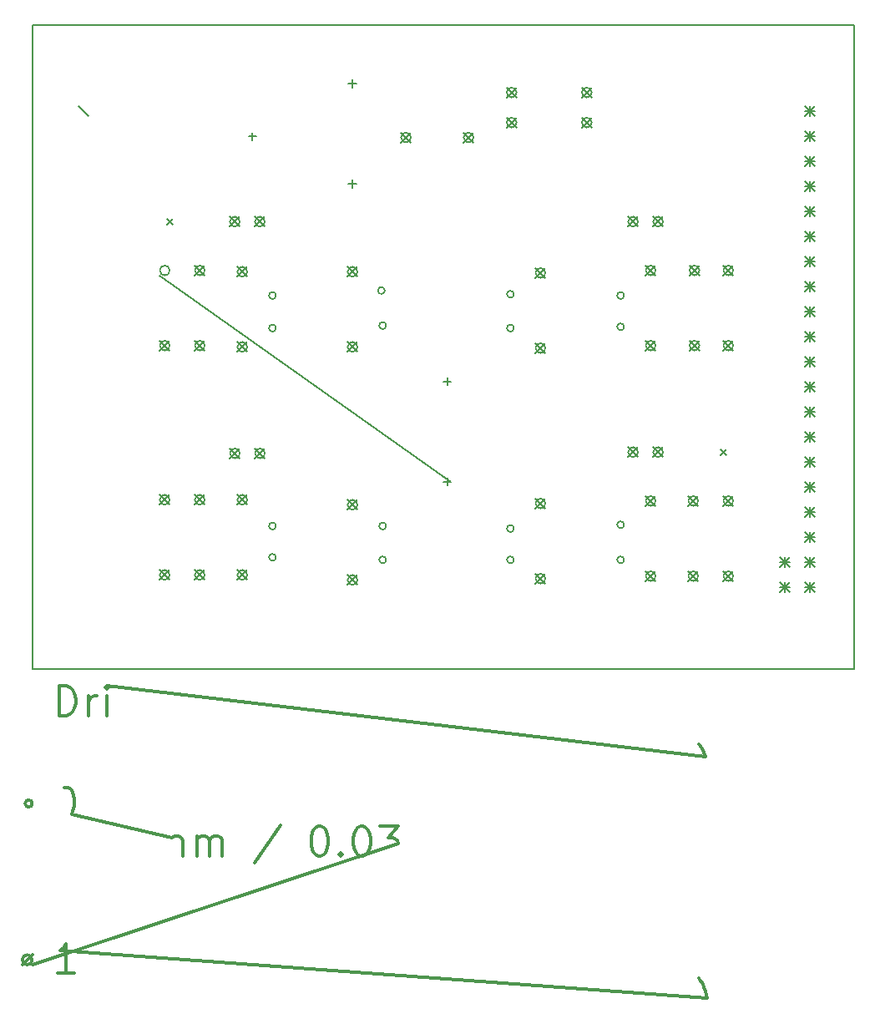
<source format=gbr>
%FSLAX45Y45*%
G04 Gerber Fmt 4.5, Leading zero omitted, Abs format (unit mm)*
G04 Created by KiCad (PCBNEW 4.0.6-e0-6349~53~ubuntu16.04.1) date Sat Jul  1 03:26:22 2017*
%MOMM*%
%LPD*%
G01*
G04 APERTURE LIST*
%ADD10C,0.127000*%
%ADD11C,0.150000*%
%ADD12C,0.200000*%
%ADD13C,0.300000*%
G04 APERTURE END LIST*
D10*
D11*
X19625000Y-11800000D02*
X11300000Y-11800000D01*
X19625000Y-5275000D02*
X19625000Y-11800000D01*
X11300000Y-5275000D02*
X19625000Y-5275000D01*
X11300000Y-11800000D02*
X11300000Y-5275000D01*
D12*
X12657300Y-7234400D02*
X12717300Y-7294400D01*
X12717300Y-7234400D02*
X12657300Y-7294400D01*
X12657300Y-9571200D02*
X18270700Y-9571200D02*
X18330700Y-9631200D01*
X18330700Y-9571200D02*
X18270700Y-9631200D01*
X13764260Y-8013700D02*
G75*
G03X13764260Y-8013700I-35560J0D01*
G01*
X13764260Y-8343900D02*
G75*
G03X13764260Y-8343900I-35560J0D01*
G01*
X13764260Y-10350500D02*
G75*
G03X13764260Y-10350500I-35560J0D01*
G01*
X13764260Y-10668000D02*
G75*
G03X13764260Y-10668000I-35560J0D01*
G01*
X14869160Y-7962900D02*
G75*
G03X14869160Y-7962900I-35560J0D01*
G01*
X14881860Y-8318500D02*
G75*
G03X14881860Y-8318500I-35560J0D01*
G01*
X14881860Y-10350500D02*
G75*
G03X14881860Y-10350500I-35560J0D01*
G01*
X14881860Y-10693400D02*
G75*
G03X14881860Y-10693400I-35560J0D01*
G01*
X16177260Y-8001000D02*
G75*
G03X16177260Y-8001000I-35560J0D01*
G01*
X16177260Y-8343900D02*
G75*
G03X16177260Y-8343900I-35560J0D01*
G01*
X16177260Y-10375900D02*
G75*
G03X16177260Y-10375900I-35560J0D01*
G01*
X16177260Y-10693400D02*
G75*
G03X16177260Y-10693400I-35560J0D01*
G01*
X17294860Y-8013700D02*
G75*
G03X17294860Y-8013700I-35560J0D01*
G01*
X17294860Y-8331200D02*
G75*
G03X17294860Y-8331200I-35560J0D01*
G01*
X17294860Y-10337800D02*
G75*
G03X17294860Y-10337800I-35560J0D01*
G01*
X17294860Y-10693400D02*
G75*
G03X17294860Y-10693400I-35560J0D01*
G01*
X13525500Y-6360800D02*
X13525500Y-6440800D01*
X13485500Y-6400800D02*
X13565500Y-6400800D01*
X14540000Y-5824000D02*
X14540000Y-5904000D01*
X14500000Y-5864000D02*
X14580000Y-5864000D01*
X14540000Y-6840000D02*
X14540000Y-6920000D01*
X14500000Y-6880000D02*
X14580000Y-6880000D01*
X15500000Y-8844000D02*
X15500000Y-8924000D01*
X15460000Y-8884000D02*
X15540000Y-8884000D01*
X15500000Y-9860000D02*
X15500000Y-9940000D01*
X15460000Y-9900000D02*
X15540000Y-9900000D01*
X12586462Y-7809738D01*
X12686538Y-7759700D02*
G75*
G03X12686538Y-7759700I-50038J0D01*
G01*
X12586462Y-8471662D02*
X12686538Y-8571738D01*
X12686538Y-8471662D02*
X12586462Y-8571738D01*
X12686538Y-8521700D02*
G75*
G03X12686538Y-8521700I-50038J0D01*
G01*
X12586462Y-10033762D02*
X12686538Y-10133838D01*
X12686538Y-10033762D02*
X12586462Y-10133838D01*
X12686538Y-10083800D02*
G75*
G03X12686538Y-10083800I-50038J0D01*
G01*
X12586462Y-10795762D02*
X12686538Y-10895838D01*
X12686538Y-10795762D02*
X12586462Y-10895838D01*
X12686538Y-10845800D02*
G75*
G03X12686538Y-10845800I-50038J0D01*
G01*
X12942062Y-7709662D02*
X13042138Y-7809738D01*
X13042138Y-7709662D02*
X12942062Y-7809738D01*
X13042138Y-7759700D02*
G75*
G03X13042138Y-7759700I-50038J0D01*
G01*
X12942062Y-8471662D02*
X13042138Y-8571738D01*
X13042138Y-8471662D02*
X12942062Y-8571738D01*
X13042138Y-8521700D02*
G75*
G03X13042138Y-8521700I-50038J0D01*
G01*
X12942062Y-10033762D02*
X13042138Y-10133838D01*
X13042138Y-10033762D02*
X12942062Y-10133838D01*
X13042138Y-10083800D02*
G75*
G03X13042138Y-10083800I-50038J0D01*
G01*
X12942062Y-10795762D02*
X13042138Y-10895838D01*
X13042138Y-10795762D02*
X12942062Y-10895838D01*
X13042138Y-10845800D02*
G75*
G03X13042138Y-10845800I-50038J0D01*
G01*
X13297662Y-7214362D02*
X13397738Y-7314438D01*
X13397738Y-7214362D02*
X13297662Y-7314438D01*
X13397738Y-7264400D02*
G75*
G03X13397738Y-7264400I-50038J0D01*
G01*
X13297662Y-9563862D02*
X13397738Y-9663938D01*
X13397738Y-9563862D02*
X13297662Y-9663938D01*
X13397738Y-9613900D02*
G75*
G03X13397738Y-9613900I-50038J0D01*
G01*
X13373862Y-7722362D02*
X13473938Y-7822438D01*
X13473938Y-7722362D02*
X13373862Y-7822438D01*
X13473938Y-7772400D02*
G75*
G03X13473938Y-7772400I-50038J0D01*
G01*
X13373862Y-8484362D02*
X13473938Y-8584438D01*
X13473938Y-8484362D02*
X13373862Y-8584438D01*
X13473938Y-8534400D02*
G75*
G03X13473938Y-8534400I-50038J0D01*
G01*
X13373862Y-10033762D02*
X13473938Y-10133838D01*
X13473938Y-10033762D02*
X13373862Y-10133838D01*
X13473938Y-10083800D02*
G75*
G03X13473938Y-10083800I-50038J0D01*
G01*
X13373862Y-10795762D02*
X13473938Y-10895838D01*
X13473938Y-10795762D02*
X13373862Y-10895838D01*
X13473938Y-10845800D02*
G75*
G03X13473938Y-10845800I-50038J0D01*
G01*
X13551662Y-7214362D02*
X13651738Y-7314438D01*
X13651738Y-7214362D02*
X13551662Y-7314438D01*
X13651738Y-7264400D02*
G75*
G03X13651738Y-7264400I-50038J0D01*
G01*
X13551662Y-9563862D02*
X13651738Y-9663938D01*
X13651738Y-9563862D02*
X13551662Y-9663938D01*
X13651738Y-9613900D02*
G75*
G03X13651738Y-9613900I-50038J0D01*
G01*
X14491462Y-7722362D02*
X14591538Y-7822438D01*
X14591538Y-7722362D02*
X14491462Y-7822438D01*
X14591538Y-7772400D02*
G75*
G03X14591538Y-7772400I-50038J0D01*
G01*
X14491462Y-8484362D02*
X14591538Y-8584438D01*
X14591538Y-8484362D02*
X14491462Y-8584438D01*
X14591538Y-8534400D02*
G75*
G03X14591538Y-8534400I-50038J0D01*
G01*
X14491462Y-10084562D02*
X14591538Y-10184638D01*
X14591538Y-10084562D02*
X14491462Y-10184638D01*
X14591538Y-10134600D02*
G75*
G03X14591538Y-10134600I-50038J0D01*
G01*
X14491462Y-10846562D02*
X14591538Y-10946638D01*
X14591538Y-10846562D02*
X14491462Y-10946638D01*
X14591538Y-10896600D02*
G75*
G03X14591538Y-10896600I-50038J0D01*
G01*
X15032859Y-6362405D02*
X15132935Y-6462481D01*
X15132935Y-6362405D02*
X15032859Y-6462481D01*
X15132935Y-6412443D02*
G75*
G03X15132935Y-6412443I-50038J0D01*
G01*
X15667859Y-6362405D02*
X15767935Y-6462481D01*
X15767935Y-6362405D02*
X15667859Y-6462481D01*
X15767935Y-6412443D02*
G75*
G03X15767935Y-6412443I-50038J0D01*
G01*
X16104362Y-5906262D02*
X16204438Y-6006338D01*
X16204438Y-5906262D02*
X16104362Y-6006338D01*
X16204438Y-5956300D02*
G75*
G03X16204438Y-5956300I-50038J0D01*
G01*
X16104362Y-6211062D02*
X16204438Y-6311138D01*
X16204438Y-6211062D02*
X16104362Y-6311138D01*
X16204438Y-6261100D02*
G75*
G03X16204438Y-6261100I-50038J0D01*
G01*
X16396462Y-7735062D02*
X16496538Y-7835138D01*
X16496538Y-7735062D02*
X16396462Y-7835138D01*
X16496538Y-7785100D02*
G75*
G03X16496538Y-7785100I-50038J0D01*
G01*
X16396462Y-8497062D02*
X16496538Y-8597138D01*
X16496538Y-8497062D02*
X16396462Y-8597138D01*
X16496538Y-8547100D02*
G75*
G03X16496538Y-8547100I-50038J0D01*
G01*
X16396462Y-10071862D02*
X16496538Y-10171938D01*
X16496538Y-10071862D02*
X16396462Y-10171938D01*
X16496538Y-10121900D02*
G75*
G03X16496538Y-10121900I-50038J0D01*
G01*
X16396462Y-10833862D02*
X16496538Y-10933938D01*
X16496538Y-10833862D02*
X16396462Y-10933938D01*
X16496538Y-10883900D02*
G75*
G03X16496538Y-10883900I-50038J0D01*
G01*
X16866362Y-5906262D02*
X16966438Y-6006338D01*
X16966438Y-5906262D02*
X16866362Y-6006338D01*
X16966438Y-5956300D02*
G75*
G03X16966438Y-5956300I-50038J0D01*
G01*
X16866362Y-6211062D02*
X16966438Y-6311138D01*
X16966438Y-6211062D02*
X16866362Y-6311138D01*
X16966438Y-6261100D02*
G75*
G03X16966438Y-6261100I-50038J0D01*
G01*
X17336262Y-7214362D02*
X17436338Y-7314438D01*
X17436338Y-7214362D02*
X17336262Y-7314438D01*
X17436338Y-7264400D02*
G75*
G03X17436338Y-7264400I-50038J0D01*
G01*
X17336262Y-9551162D02*
X17436338Y-9651238D01*
X17436338Y-9551162D02*
X17336262Y-9651238D01*
X17436338Y-9601200D02*
G75*
G03X17436338Y-9601200I-50038J0D01*
G01*
X17514062Y-7709662D02*
X17614138Y-7809738D01*
X17614138Y-7709662D02*
X17514062Y-7809738D01*
X17614138Y-7759700D02*
G75*
G03X17614138Y-7759700I-50038J0D01*
G01*
X17514062Y-8471662D02*
X17614138Y-8571738D01*
X17614138Y-8471662D02*
X17514062Y-8571738D01*
X17614138Y-8521700D02*
G75*
G03X17614138Y-8521700I-50038J0D01*
G01*
X17514062Y-10046462D02*
X17614138Y-10146538D01*
X17614138Y-10046462D02*
X17514062Y-10146538D01*
X17614138Y-10096500D02*
G75*
G03X17614138Y-10096500I-50038J0D01*
G01*
X17514062Y-10808462D02*
X17614138Y-10908538D01*
X17614138Y-10808462D02*
X17514062Y-10908538D01*
X17614138Y-10858500D02*
G75*
G03X17614138Y-10858500I-50038J0D01*
G01*
X17590262Y-7214362D02*
X17690338Y-7314438D01*
X17690338Y-7214362D02*
X17590262Y-7314438D01*
X17690338Y-7264400D02*
G75*
G03X17690338Y-7264400I-50038J0D01*
G01*
X17590262Y-9551162D02*
X17690338Y-9651238D01*
X17690338Y-9551162D02*
X17590262Y-9651238D01*
X17690338Y-9601200D02*
G75*
G03X17690338Y-9601200I-50038J0D01*
G01*
X17945862Y-10046462D02*
X18045938Y-10146538D01*
X18045938Y-10046462D02*
X17945862Y-10146538D01*
X18045938Y-10096500D02*
G75*
G03X18045938Y-10096500I-50038J0D01*
G01*
X17945862Y-10808462D02*
X18045938Y-10908538D01*
X18045938Y-10808462D02*
X17945862Y-10908538D01*
X18045938Y-10858500D02*
G75*
G03X18045938Y-10858500I-50038J0D01*
G01*
X17958562Y-7709662D02*
X18058638Y-7809738D01*
X18058638Y-7709662D02*
X17958562Y-7809738D01*
X18058638Y-7759700D02*
G75*
G03X18058638Y-7759700I-50038J0D01*
G01*
X17958562Y-8471662D02*
X18058638Y-8571738D01*
X18058638Y-8471662D02*
X17958562Y-8571738D01*
X18058638Y-8521700D02*
G75*
G03X18058638Y-8521700I-50038J0D01*
G01*
X18301462Y-7709662D02*
X18401538Y-7809738D01*
X18401538Y-7709662D02*
X18301462Y-7809738D01*
X18401538Y-7759700D02*
G75*
G03X18401538Y-7759700I-50038J0D01*
G01*
X18301462Y-8471662D02*
X18401538Y-8571738D01*
X18401538Y-8471662D02*
X18301462Y-8571738D01*
X18401538Y-8521700D02*
G75*
G03X18401538Y-8521700I-50038J0D01*
G01*
X18301462Y-10046462D02*
X18401538Y-10146538D01*
X18401538Y-10046462D02*
X18301462Y-10146538D01*
X18401538Y-10096500D02*
G75*
G03X18401538Y-10096500I-50038J0D01*
G01*
X18301462Y-10808462D02*
X18401538Y-10908538D01*
X18401538Y-10808462D02*
X18301462Y-10908538D01*
X18401538Y-10858500D02*
G75*
G03X18401538Y-10858500I-50038J0D01*
G01*
X11760200Y-6096000D02*
X11861800Y-6197600D01*
X11861800Y-6096000D02*
X18872200Y-10668000D02*
X18973800Y-10769600D01*
X18973800Y-10668000D02*
X18872200Y-10769600D01*
X18923000Y-10668000D02*
X18923000Y-10769600D01*
X18872200Y-10718800D02*
X18973800Y-10718800D01*
X18872200Y-10922000D02*
X18973800Y-11023600D01*
X18973800Y-10922000D02*
X18872200Y-11023600D01*
X18923000Y-10922000D02*
X18923000Y-11023600D01*
X18872200Y-10972800D02*
X18973800Y-10972800D01*
X19126200Y-6096000D02*
X19227800Y-6197600D01*
X19227800Y-6096000D02*
X19126200Y-6197600D01*
X19177000Y-6096000D02*
X19177000Y-6197600D01*
X19126200Y-6146800D02*
X19227800Y-6146800D01*
X19126200Y-6350000D02*
X19227800Y-6451600D01*
X19227800Y-6350000D02*
X19126200Y-6451600D01*
X19177000Y-6350000D02*
X19177000Y-6451600D01*
X19126200Y-6400800D02*
X19227800Y-6400800D01*
X19126200Y-6604000D02*
X19227800Y-6705600D01*
X19227800Y-6604000D02*
X19126200Y-6705600D01*
X19177000Y-6604000D02*
X19177000Y-6705600D01*
X19126200Y-6654800D02*
X19227800Y-6654800D01*
X19126200Y-6858000D02*
X19227800Y-6959600D01*
X19227800Y-6858000D02*
X19126200Y-6959600D01*
X19177000Y-6858000D02*
X19177000Y-6959600D01*
X19126200Y-6908800D02*
X19227800Y-6908800D01*
X19126200Y-7112000D02*
X19227800Y-7213600D01*
X19227800Y-7112000D02*
X19126200Y-7213600D01*
X19177000Y-7112000D02*
X19177000Y-7213600D01*
X19126200Y-7162800D02*
X19227800Y-7162800D01*
X19126200Y-7366000D02*
X19227800Y-7467600D01*
X19227800Y-7366000D02*
X19126200Y-7467600D01*
X19177000Y-7366000D02*
X19177000Y-7467600D01*
X19126200Y-7416800D02*
X19227800Y-7416800D01*
X19126200Y-7620000D02*
X19227800Y-7721600D01*
X19227800Y-7620000D02*
X19126200Y-7721600D01*
X19177000Y-7620000D02*
X19177000Y-7721600D01*
X19126200Y-7670800D02*
X19227800Y-7670800D01*
X19126200Y-7874000D02*
X19227800Y-7975600D01*
X19227800Y-7874000D02*
X19126200Y-7975600D01*
X19177000Y-7874000D02*
X19177000Y-7975600D01*
X19126200Y-7924800D02*
X19227800Y-7924800D01*
X19126200Y-8128000D02*
X19227800Y-8229600D01*
X19227800Y-8128000D02*
X19126200Y-8229600D01*
X19177000Y-8128000D02*
X19177000Y-8229600D01*
X19126200Y-8178800D02*
X19227800Y-8178800D01*
X19126200Y-8382000D02*
X19227800Y-8483600D01*
X19227800Y-8382000D02*
X19126200Y-8483600D01*
X19177000Y-8382000D02*
X19177000Y-8483600D01*
X19126200Y-8432800D02*
X19227800Y-8432800D01*
X19126200Y-8636000D02*
X19227800Y-8737600D01*
X19227800Y-8636000D02*
X19126200Y-8737600D01*
X19177000Y-8636000D02*
X19177000Y-8737600D01*
X19126200Y-8686800D02*
X19227800Y-8686800D01*
X19126200Y-8890000D02*
X19227800Y-8991600D01*
X19227800Y-8890000D02*
X19126200Y-8991600D01*
X19177000Y-8890000D02*
X19177000Y-8991600D01*
X19126200Y-8940800D02*
X19227800Y-8940800D01*
X19126200Y-9144000D02*
X19227800Y-9245600D01*
X19227800Y-9144000D02*
X19126200Y-9245600D01*
X19177000Y-9144000D02*
X19177000Y-9245600D01*
X19126200Y-9194800D02*
X19227800Y-9194800D01*
X19126200Y-9398000D02*
X19227800Y-9499600D01*
X19227800Y-9398000D02*
X19126200Y-9499600D01*
X19177000Y-9398000D02*
X19177000Y-9499600D01*
X19126200Y-9448800D02*
X19227800Y-9448800D01*
X19126200Y-9652000D02*
X19227800Y-9753600D01*
X19227800Y-9652000D02*
X19126200Y-9753600D01*
X19177000Y-9652000D02*
X19177000Y-9753600D01*
X19126200Y-9702800D02*
X19227800Y-9702800D01*
X19126200Y-9906000D02*
X19227800Y-10007600D01*
X19227800Y-9906000D02*
X19126200Y-10007600D01*
X19177000Y-9906000D02*
X19177000Y-10007600D01*
X19126200Y-9956800D02*
X19227800Y-9956800D01*
X19126200Y-10160000D02*
X19227800Y-10261600D01*
X19227800Y-10160000D02*
X19126200Y-10261600D01*
X19177000Y-10160000D02*
X19177000Y-10261600D01*
X19126200Y-10210800D02*
X19227800Y-10210800D01*
X19126200Y-10414000D02*
X19227800Y-10515600D01*
X19227800Y-10414000D02*
X19126200Y-10515600D01*
X19177000Y-10414000D02*
X19177000Y-10515600D01*
X19126200Y-10464800D02*
X19227800Y-10464800D01*
X19126200Y-10668000D02*
X19227800Y-10769600D01*
X19227800Y-10668000D02*
X19126200Y-10769600D01*
X19177000Y-10668000D02*
X19177000Y-10769600D01*
X19126200Y-10718800D02*
X19227800Y-10718800D01*
X19126200Y-10922000D02*
X19227800Y-11023600D01*
X19227800Y-10922000D02*
X19126200Y-11023600D01*
X19177000Y-10922000D02*
X19177000Y-11023600D01*
X19126200Y-10972800D02*
X19227800Y-10972800D01*
D13*
X11563928Y-12273214D02*
X11563928Y-11973214D01*
X11635357Y-11973214D01*
X11678214Y-11987500D01*
X11706786Y-12016071D01*
X11721071Y-12044643D01*
X11735357Y-12101786D01*
X11735357Y-12144643D01*
X11721071Y-12201786D01*
X11706786Y-12230357D01*
X11678214Y-12258929D01*
X11635357Y-12273214D01*
X11563928Y-12273214D01*
X11863928Y-12273214D02*
X11863928Y-12073214D01*
X11863928Y-12130357D02*
X11878214Y-12101786D01*
X11892500Y-12087500D01*
X11921071Y-12073214D01*
X11949643Y-12073214D01*
X12049643Y-12273214D02*
X12049643Y-12073214D01*
X12049643Y-11973214D02*
X12035357Y-11987500D01*
X12049643Y-12001786D01*
X12063928Y-11987500D01*
X12049643Y-11973214D01*
X18121071Y-12688929D01*
X18106786Y-12646071D01*
X18092500Y-12617500D01*
X18063929Y-12574643D01*
X18049643Y-12560357D01*
X11292500Y-13163500D02*
G75*
G03X11292500Y-13163500I-35560J0D01*
G01*
X11621071Y-12999214D02*
X11649643Y-12999214D01*
X11678214Y-13013500D01*
X11692500Y-13027786D01*
X11706786Y-13056357D01*
X11721071Y-13113500D01*
X11721071Y-13184929D01*
X11706786Y-13242071D01*
X11692500Y-13270643D01*
X12706786Y-13509500D01*
X12735357Y-13495214D01*
X12778214Y-13495214D01*
X12806786Y-13509500D01*
X12821071Y-13538071D01*
X12821071Y-13695214D01*
X12963928Y-13695214D02*
X12963928Y-13495214D01*
X12963928Y-13523786D02*
X12978214Y-13509500D01*
X13006786Y-13495214D01*
X13049643Y-13495214D01*
X13078214Y-13509500D01*
X13092500Y-13538071D01*
X13092500Y-13695214D01*
X13092500Y-13538071D02*
X13106786Y-13509500D01*
X13135357Y-13495214D01*
X13178214Y-13495214D01*
X13206786Y-13509500D01*
X13221071Y-13538071D01*
X13221071Y-13695214D01*
X13806786Y-13380929D02*
X13549643Y-13766643D01*
X14192500Y-13395214D02*
X14221071Y-13395214D01*
X14249643Y-13409500D01*
X14263928Y-13423786D01*
X14278214Y-13452357D01*
X14292500Y-13509500D01*
X14292500Y-13580929D01*
X14278214Y-13638071D01*
X14263928Y-13666643D01*
X14249643Y-13680929D01*
X14221071Y-13695214D01*
X14192500Y-13695214D01*
X14163928Y-13680929D01*
X14149643Y-13666643D01*
X14135357Y-13638071D01*
X14121071Y-13580929D01*
X14121071Y-13509500D01*
X14135357Y-13452357D01*
X14149643Y-13423786D01*
X14163928Y-13409500D01*
X14192500Y-13395214D01*
X14421071Y-13666643D02*
X14435357Y-13680929D01*
X14421071Y-13695214D01*
X14406786Y-13680929D01*
X14421071Y-13666643D01*
X14421071Y-13695214D01*
X14621071Y-13395214D02*
X14649643Y-13395214D01*
X14678214Y-13409500D01*
X14692500Y-13423786D01*
X14706785Y-13452357D01*
X14721071Y-13509500D01*
X14721071Y-13580929D01*
X14706785Y-13638071D01*
X14692500Y-13666643D01*
X14678214Y-13680929D01*
X14649643Y-13695214D01*
X14621071Y-13695214D01*
X14592500Y-13680929D01*
X14578214Y-13666643D01*
X14563928Y-13638071D01*
X14549643Y-13580929D01*
X14549643Y-13509500D01*
X14563928Y-13452357D01*
X14578214Y-13423786D01*
X14592500Y-13409500D01*
X14621071Y-13395214D01*
X14821071Y-13395214D02*
X15006785Y-13395214D01*
X14906785Y-13509500D01*
X14949643Y-13509500D01*
X14978214Y-13523786D01*
X14992500Y-13538071D01*
X15006785Y-13566643D01*
X11292500Y-14797538D01*
X11292500Y-14697462D02*
X11192424Y-14797538D01*
X11292500Y-14747500D02*
G75*
G03X11292500Y-14747500I-50038J0D01*
G01*
X11721071Y-14883214D02*
X11549643Y-14883214D01*
X11635357Y-14883214D02*
X11635357Y-14583214D01*
X11606786Y-14626071D01*
X11578214Y-14654643D01*
X18135357Y-15136357D01*
X18121071Y-15064929D01*
X18106786Y-15022071D01*
X18092500Y-14993500D01*
X18063929Y-14950643D01*
X18049643Y-14936357D01*
M02*

</source>
